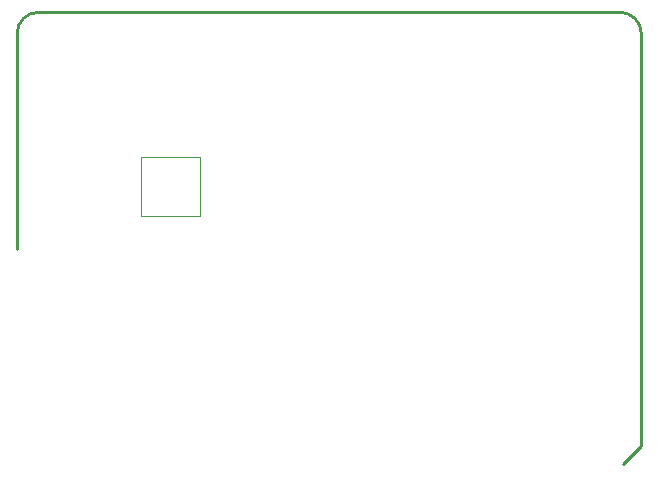
<source format=gm1>
G04*
G04 #@! TF.GenerationSoftware,Altium Limited,Altium Designer,19.0.4 (130)*
G04*
G04 Layer_Color=16711935*
%FSLAX24Y24*%
%MOIN*%
G70*
G01*
G75*
%ADD12C,0.0100*%
%ADD74C,0.0000*%
D12*
X700Y4300D02*
G03*
X0Y3600I0J-700D01*
G01*
X20800D02*
G03*
X20100Y4300I-700J0D01*
G01*
X20190Y-10760D02*
X20800Y-10150D01*
X0Y-3600D02*
Y3600D01*
X20800Y-10150D02*
X20800Y3600D01*
X700Y4300D02*
X20100D01*
D74*
X4115Y-515D02*
X6085D01*
Y-2485D02*
Y-515D01*
X4115Y-2485D02*
X6085D01*
X4115D02*
Y-515D01*
X5631Y-2485D02*
X5751D01*
X5631D02*
X5751D01*
X5434D02*
X5554D01*
X5434D02*
X5554D01*
X5237D02*
X5357D01*
X5237D02*
X5357D01*
X5040D02*
X5160D01*
X5040D02*
X5160D01*
X4843D02*
X4963D01*
X4843D02*
X4963D01*
X4646D02*
X4766D01*
X4646D02*
X4766D01*
X4449D02*
X4569D01*
X4449D02*
X4569D01*
X4115Y-2151D02*
Y-2031D01*
Y-2151D02*
Y-2031D01*
Y-1954D02*
Y-1834D01*
Y-1954D02*
Y-1834D01*
Y-1757D02*
Y-1637D01*
Y-1757D02*
Y-1637D01*
Y-1560D02*
Y-1440D01*
Y-1560D02*
Y-1440D01*
Y-1363D02*
Y-1243D01*
Y-1363D02*
Y-1243D01*
Y-1166D02*
Y-1046D01*
Y-1166D02*
Y-1046D01*
Y-969D02*
Y-849D01*
Y-969D02*
Y-849D01*
X4449Y-515D02*
X4569D01*
X4449D02*
X4569D01*
X4646D02*
X4766D01*
X4646D02*
X4766D01*
X4843D02*
X4963D01*
X4843D02*
X4963D01*
X5040D02*
X5160D01*
X5040D02*
X5160D01*
X5237D02*
X5357D01*
X5237D02*
X5357D01*
X5434D02*
X5554D01*
X5434D02*
X5554D01*
X5631D02*
X5751D01*
X5631D02*
X5751D01*
X6085Y-969D02*
Y-849D01*
Y-969D02*
Y-849D01*
Y-1166D02*
Y-1046D01*
Y-1166D02*
Y-1046D01*
Y-1363D02*
Y-1243D01*
Y-1363D02*
Y-1243D01*
Y-1560D02*
Y-1440D01*
Y-1560D02*
Y-1440D01*
Y-1757D02*
Y-1637D01*
Y-1757D02*
Y-1637D01*
Y-1954D02*
Y-1834D01*
Y-1954D02*
Y-1834D01*
Y-2151D02*
Y-2031D01*
Y-2151D02*
Y-2031D01*
M02*

</source>
